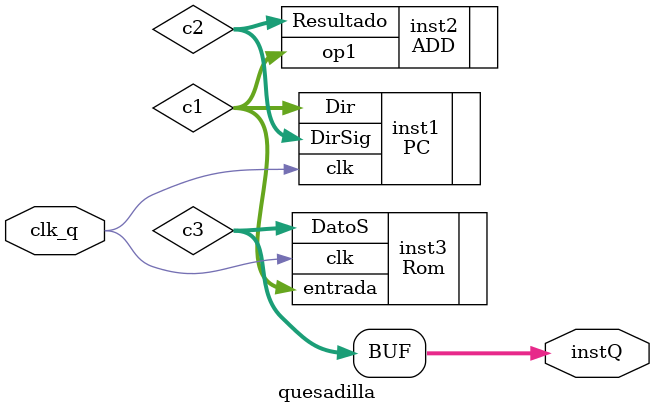
<source format=v>
`timescale 1ns/1ns

module quesadilla (
input clk_q,
output reg[31:0] instQ
);

wire [31:0] c1, c2, c3;


PC inst1(
	.clk(clk_q),
    .DirSig(c2),
    .Dir(c1)
);

ADD inst2(
	.op1(c1),
    .Resultado(c2)
);

Rom inst3(
	.entrada(c1),
    .DatoS(c3),
    .clk(clk_q)
);

assign instQ = c3;

endmodule


</source>
